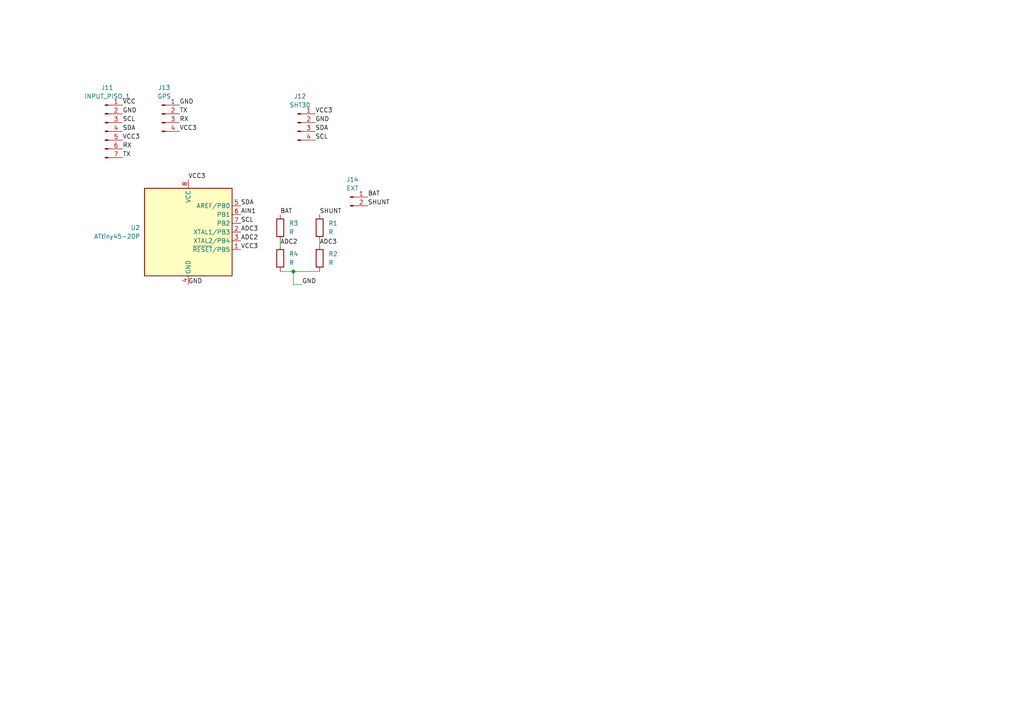
<source format=kicad_sch>
(kicad_sch (version 20230121) (generator eeschema)
  (paper "A4")
  (lib_symbols
    (symbol "Connector:Conn_01x02_Pin" (pin_names (offset 1.016) hide)
      (property "Reference" "J" (at 0 2.54 0))
      (property "Value" "Conn_01x02_Pin" (at 0 -5.08 0))
      (symbol "Conn_01x02_Pin_1_1"
        (polyline (pts (xy 1.27 -2.54) (xy 0.8636 -2.54)) (stroke (width 0.1524)))
        (polyline (pts (xy 1.27 0) (xy 0.8636 0)) (stroke (width 0.1524)))
        (rectangle (start 0.8636 -2.413) (end 0 -2.667) (stroke (width 0.1524)) (fill (type outline)))
        (rectangle (start 0.8636 0.127) (end 0 -0.127) (stroke (width 0.1524)) (fill (type outline)))
        (pin passive line (at 5.08 0 180) (length 3.81) (name "Pin_1") (number "1"))
        (pin passive line (at 5.08 -2.54 180) (length 3.81) (name "Pin_2") (number "2"))
      )
    )
    (symbol "Connector:Conn_01x04_Pin" (pin_names (offset 1.016) hide)
      (property "Reference" "J" (at 0 5.08 0))
      (property "Value" "Conn_01x04_Pin" (at 0 -7.62 0))
      (symbol "Conn_01x04_Pin_1_1"
        (polyline (pts (xy 1.27 -5.08) (xy 0.8636 -5.08)) (stroke (width 0.1524)))
        (polyline (pts (xy 1.27 -2.54) (xy 0.8636 -2.54)) (stroke (width 0.1524)))
        (polyline (pts (xy 1.27 0) (xy 0.8636 0)) (stroke (width 0.1524)))
        (polyline (pts (xy 1.27 2.54) (xy 0.8636 2.54)) (stroke (width 0.1524)))
        (rectangle (start 0.8636 -4.953) (end 0 -5.207) (stroke (width 0.1524)) (fill (type outline)))
        (rectangle (start 0.8636 -2.413) (end 0 -2.667) (stroke (width 0.1524)) (fill (type outline)))
        (rectangle (start 0.8636 0.127) (end 0 -0.127) (stroke (width 0.1524)) (fill (type outline)))
        (rectangle (start 0.8636 2.667) (end 0 2.413) (stroke (width 0.1524)) (fill (type outline)))
        (pin passive line (at 5.08 2.54 180) (length 3.81) (name "Pin_1") (number "1"))
        (pin passive line (at 5.08 0 180) (length 3.81) (name "Pin_2") (number "2"))
        (pin passive line (at 5.08 -2.54 180) (length 3.81) (name "Pin_3") (number "3"))
        (pin passive line (at 5.08 -5.08 180) (length 3.81) (name "Pin_4") (number "4"))
      )
    )
    (symbol "Connector:Conn_01x07_Pin" (pin_names (offset 1.016) hide)
      (property "Reference" "J" (at 0 10.16 0))
      (property "Value" "Conn_01x07_Pin" (at 0 -10.16 0))
      (symbol "Conn_01x07_Pin_1_1"
        (polyline (pts (xy 1.27 -7.62) (xy 0.8636 -7.62)) (stroke (width 0.1524)))
        (polyline (pts (xy 1.27 -5.08) (xy 0.8636 -5.08)) (stroke (width 0.1524)))
        (polyline (pts (xy 1.27 -2.54) (xy 0.8636 -2.54)) (stroke (width 0.1524)))
        (polyline (pts (xy 1.27 0) (xy 0.8636 0)) (stroke (width 0.1524)))
        (polyline (pts (xy 1.27 2.54) (xy 0.8636 2.54)) (stroke (width 0.1524)))
        (polyline (pts (xy 1.27 5.08) (xy 0.8636 5.08)) (stroke (width 0.1524)))
        (polyline (pts (xy 1.27 7.62) (xy 0.8636 7.62)) (stroke (width 0.1524)))
        (rectangle (start 0.8636 -7.493) (end 0 -7.747) (stroke (width 0.1524)) (fill (type outline)))
        (rectangle (start 0.8636 -4.953) (end 0 -5.207) (stroke (width 0.1524)) (fill (type outline)))
        (rectangle (start 0.8636 -2.413) (end 0 -2.667) (stroke (width 0.1524)) (fill (type outline)))
        (rectangle (start 0.8636 0.127) (end 0 -0.127) (stroke (width 0.1524)) (fill (type outline)))
        (rectangle (start 0.8636 2.667) (end 0 2.413) (stroke (width 0.1524)) (fill (type outline)))
        (rectangle (start 0.8636 5.207) (end 0 4.953) (stroke (width 0.1524)) (fill (type outline)))
        (rectangle (start 0.8636 7.747) (end 0 7.493) (stroke (width 0.1524)) (fill (type outline)))
        (pin passive line (at 5.08 7.62 180) (length 3.81) (name "Pin_1") (number "1"))
        (pin passive line (at 5.08 5.08 180) (length 3.81) (name "Pin_2") (number "2"))
        (pin passive line (at 5.08 2.54 180) (length 3.81) (name "Pin_3") (number "3"))
        (pin passive line (at 5.08 0 180) (length 3.81) (name "Pin_4") (number "4"))
        (pin passive line (at 5.08 -2.54 180) (length 3.81) (name "Pin_5") (number "5"))
        (pin passive line (at 5.08 -5.08 180) (length 3.81) (name "Pin_6") (number "6"))
        (pin passive line (at 5.08 -7.62 180) (length 3.81) (name "Pin_7") (number "7"))
      )
    )
    (symbol "Device:R" (pin_numbers hide) (pin_names (offset 0))
      (property "Reference" "R" (at 2.032 0 90))
      (property "Value" "R" (at 0 0 90))
      (symbol "R_0_1"
        (rectangle (start -1.016 -2.54) (end 1.016 2.54) (stroke (width 0.254)))
      )
      (symbol "R_1_1"
        (pin passive line (at 0 3.81 270) (length 1.27) (name "~") (number "1"))
        (pin passive line (at 0 -3.81 90) (length 1.27) (name "~") (number "2"))
      )
    )
    (symbol "MCU_Microchip_ATtiny:ATtiny45-20P"
      (property "Reference" "U" (at -12.7 13.97 0))
      (property "Value" "ATtiny45-20P" (at 2.54 -13.97 0))
      (symbol "ATtiny45-20P_0_1"
        (rectangle (start -12.7 -12.7) (end 12.7 12.7) (stroke (width 0.254)) (fill (type background)))
      )
      (symbol "ATtiny45-20P_1_1"
        (pin bidirectional line (at 15.24 -5.08 180) (length 2.54) (name "~{RESET}/PB5") (number "1"))
        (pin bidirectional line (at 15.24 0 180) (length 2.54) (name "XTAL1/PB3") (number "2"))
        (pin bidirectional line (at 15.24 -2.54 180) (length 2.54) (name "XTAL2/PB4") (number "3"))
        (pin power_in line (at 0 -15.24 90) (length 2.54) (name "GND") (number "4"))
        (pin bidirectional line (at 15.24 7.62 180) (length 2.54) (name "AREF/PB0") (number "5"))
        (pin bidirectional line (at 15.24 5.08 180) (length 2.54) (name "PB1") (number "6"))
        (pin bidirectional line (at 15.24 2.54 180) (length 2.54) (name "PB2") (number "7"))
        (pin power_in line (at 0 15.24 270) (length 2.54) (name "VCC") (number "8"))
      )
    )
  )
  (junction (at 85.09 78.74))
  (wire (pts (xy 81.28 78.74) (xy 85.09 78.74)))
  (wire (pts (xy 92.71 69.85) (xy 92.71 71.12)))
  (wire (pts (xy 81.28 69.85) (xy 81.28 71.12)))
  (wire (pts (xy 85.09 78.74) (xy 92.71 78.74)))
  (polyline (pts (xy 363.22 162.56) (xy 363.22 160.02)) (stroke (width 0.1524) (type solid)))
  (wire (pts (xy 85.09 82.55) (xy 87.63 82.55)))
  (wire (pts (xy 85.09 78.74) (xy 85.09 82.55)))
  (label "AIN1" (at 69.85 62.23 0))
  (label "ADC2" (at 81.28 71.12 0))
  (label "GND" (at 87.63 82.55 0))
  (label "VCC3" (at 54.61 52.07 0))
  (label "GND" (at 91.44 35.56 0))
  (label "VCC3" (at 35.56 40.64 0))
  (label "SDA" (at 69.85 59.69 0))
  (label "BAT" (at 81.28 62.23 0))
  (label "VCC3" (at 52.07 38.1 0))
  (label "TX" (at 35.56 45.72 0))
  (label "VCC3" (at 91.44 33.02 0))
  (label "SCL" (at 35.56 35.56 0))
  (label "RX" (at 35.56 43.18 0))
  (label "SCL" (at 91.44 40.64 0))
  (label "SHUNT" (at 106.68 59.69 0))
  (label "SDA" (at 35.56 38.1 0))
  (label "ADC2" (at 69.85 69.85 0))
  (label "BAT" (at 106.68 57.15 0))
  (label "RX" (at 52.07 35.56 0))
  (label "GND" (at 54.61 82.55 0))
  (label "TX" (at 52.07 33.02 0))
  (label "SCL" (at 69.85 64.77 0))
  (label "ADC3" (at 92.71 71.12 0))
  (label "SHUNT" (at 92.71 62.23 0))
  (label "VCC3" (at 69.85 72.39 0))
  (label "VCC" (at 35.56 30.48 0))
  (label "GND" (at 35.56 33.02 0))
  (label "SDA" (at 91.44 38.1 0))
  (label "ADC3" (at 69.85 67.31 0))
  (label "GND" (at 52.07 30.48 0))
  (symbol (lib_id "Device:R") (at 92.71 66.04 0) (unit 1)
    (property "Reference" "R1" (at 95.25 64.77 0) (effects (justify left)))
    (property "Value" "R" (at 95.25 67.31 0) (effects (justify left)))
    (property "Footprint" "Resistor_THT:R_Axial_DIN0204_L3.6mm_D1.6mm_P7.62mm_Horizontal" (effects hide))
  )
  (symbol (lib_id "Device:R") (at 81.28 74.93 0) (unit 1)
    (property "Reference" "R4" (at 83.82 73.66 0) (effects (justify left)))
    (property "Value" "R" (at 83.82 76.2 0) (effects (justify left)))
    (property "Footprint" "Resistor_THT:R_Axial_DIN0204_L3.6mm_D1.6mm_P7.62mm_Horizontal" (effects hide))
  )
  (symbol (lib_id "MCU_Microchip_ATtiny:ATtiny45-20P") (at 54.61 67.31 0) (unit 1)
    (property "Reference" "U1" (at 40.64 66.04 0) (effects (justify right)))
    (property "Value" "ATtiny45-20P" (at 40.64 68.58 0) (effects (justify right)))
    (property "Footprint" "Package_DIP:DIP-8_W7.62mm" (effects hide))
    (property "Datasheet" "http://ww1.microchip.com/downloads/en/DeviceDoc/atmel-2586-avr-8-bit-microcontroller-attiny25-attiny45-attiny85_datasheet.pdf" (effects hide))
    (instances (project "Piso_1" (path "" (reference "U2") (unit 1))) (project "Piso_2" (path "" (reference "U1") (unit 1))))
  )
  (symbol (lib_id "Device:R") (at 81.28 66.04 0) (unit 1)
    (property "Reference" "R3" (at 83.82 64.77 0) (effects (justify left)))
    (property "Value" "R" (at 83.82 67.31 0) (effects (justify left)))
    (property "Footprint" "Resistor_THT:R_Axial_DIN0204_L3.6mm_D1.6mm_P7.62mm_Horizontal" (effects hide))
  )
  (symbol (lib_id "Connector:Conn_01x04_Pin") (at 86.36 35.56 0) (unit 1)
    (property "Reference" "J2" (at 86.995 27.94 0))
    (property "Value" "SHT30" (at 86.995 30.48 0))
    (property "Footprint" "Connector_PinHeader_2.54mm:PinHeader_1x04_P2.54mm_Vertical" (effects hide))
    (instances (project "Piso_1" (path "" (reference "J12") (unit 1))) (project "Piso_2" (path "" (reference "J2") (unit 1))))
  )
  (symbol (lib_id "Connector:Conn_01x07_Pin") (at 30.48 38.1 0) (unit 1)
    (property "Reference" "J1" (at 31.115 25.4 0))
    (property "Value" "INPUT_PISO_1" (at 31.115 27.94 0))
    (property "Footprint" "Connector_PinHeader_2.54mm:PinHeader_1x07_P2.54mm_Vertical" (effects hide))
    (instances (project "Piso_1" (path "" (reference "J11") (unit 1))) (project "Piso_2" (path "" (reference "J1") (unit 1))))
  )
  (symbol (lib_id "Device:R") (at 92.71 74.93 0) (unit 1)
    (property "Reference" "R2" (at 95.25 73.66 0) (effects (justify left)))
    (property "Value" "R" (at 95.25 76.2 0) (effects (justify left)))
    (property "Footprint" "Resistor_THT:R_Axial_DIN0204_L3.6mm_D1.6mm_P7.62mm_Horizontal" (effects hide))
  )
  (symbol (lib_id "Connector:Conn_01x02_Pin") (at 101.6 57.15 0) (unit 1)
    (property "Reference" "J4" (at 102.235 52.07 0))
    (property "Value" "EXT" (at 102.235 54.61 0))
    (property "Footprint" "Connector_PinHeader_2.54mm:PinHeader_1x02_P2.54mm_Vertical" (effects hide))
    (instances (project "Piso_1" (path "" (reference "J14") (unit 1))) (project "Piso_2" (path "" (reference "J4") (unit 1))))
  )
  (symbol (lib_id "Connector:Conn_01x04_Pin") (at 46.99 33.02 0) (unit 1)
    (property "Reference" "J3" (at 47.625 25.4 0))
    (property "Value" "GPS" (at 47.625 27.94 0))
    (property "Footprint" "Connector_PinHeader_2.54mm:PinHeader_1x04_P2.54mm_Vertical" (effects hide))
    (instances (project "Piso_1" (path "" (reference "J13") (unit 1))) (project "Piso_2" (path "" (reference "J3") (unit 1))))
  )
)
</source>
